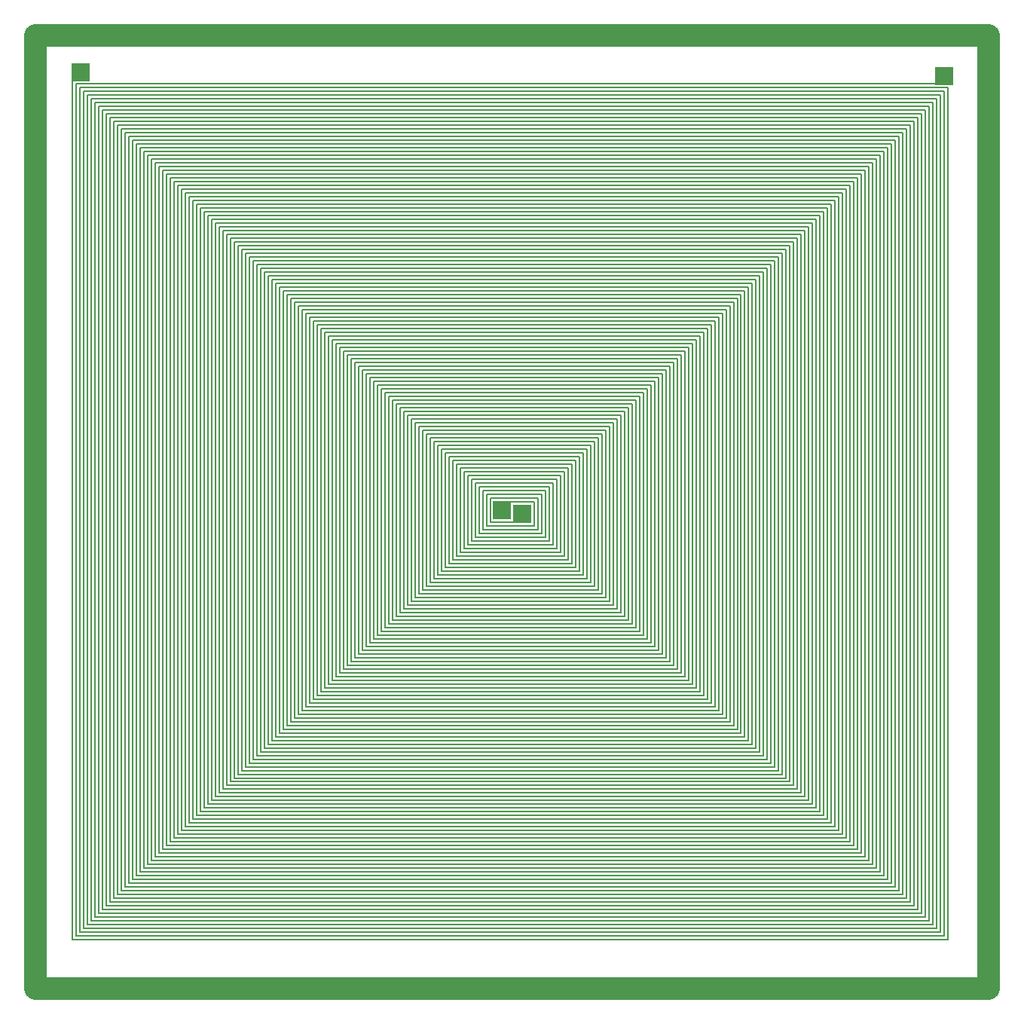
<source format=gbr>
G04 start of page 2 for group 0 idx 0 *
G04 Title: (unknown), component *
G04 Creator: pcb 1.99y *
G04 CreationDate: Mon Mar  9 18:38:32 2009 UTC *
G04 For: dj *
G04 Format: Gerber/RS-274X *
G04 PCB-Dimensions: 431494 431494 *
G04 PCB-Coordinate-Origin: lower left *
%MOIN*%
%FSLAX25Y25*%
%LNFRONT*%
%ADD11C,0.0083*%
%ADD12C,0.1000*%
%ADD13C,0.0200*%
%ADD14C,0.0300*%
G54D11*X202749Y207999D02*X227079D01*
X201083Y206333D02*X228745D01*
X199417Y204667D02*X230411D01*
X227079Y207999D02*Y221830D01*
X228745Y206333D02*Y223496D01*
X230411Y204667D02*Y225162D01*
X232077Y203001D02*Y226828D01*
X233743Y201335D02*Y228494D01*
X235409Y199669D02*Y230160D01*
X197751Y203001D02*X232077D01*
X196085Y201335D02*X233743D01*
X194419Y199669D02*X235409D01*
X192753Y198003D02*X237075D01*
X206081Y211331D02*Y221830D01*
X207747Y220164D02*X225413D01*
X204415Y209665D02*Y223496D01*
X206081Y221830D02*X227079D01*
X206081Y211331D02*X223747D01*
Y218498D01*
X204415Y209665D02*X225413D01*
Y220164D01*
X237075Y198003D02*Y231826D01*
X191087Y196337D02*X238741D01*
Y233492D01*
X189421Y194671D02*X240407D01*
Y235158D01*
X242073Y193005D02*Y236824D01*
X243739Y191339D02*Y238490D01*
X245405Y189673D02*Y240156D01*
X247071Y188007D02*Y241822D01*
X248737Y186341D02*Y243488D01*
X250403Y184675D02*Y245154D01*
X252069Y183009D02*Y246820D01*
X253735Y181343D02*Y248486D01*
X255401Y179677D02*Y250152D01*
X187755Y193005D02*X242073D01*
X186089Y191339D02*X243739D01*
X184423Y189673D02*X245405D01*
X182757Y188007D02*X247071D01*
X181091Y186341D02*X248737D01*
X179425Y184675D02*X250403D01*
X177759Y183009D02*X252069D01*
X176093Y181343D02*X253735D01*
X174427Y179677D02*X255401D01*
X172761Y178011D02*X257067D01*
X171095Y176345D02*X258733D01*
X169429Y174679D02*X260399D01*
X167763Y173013D02*X262065D01*
X166097Y171347D02*X263731D01*
X164431Y169681D02*X265397D01*
X162765Y168015D02*X267063D01*
X161099Y166349D02*X268729D01*
X159433Y164683D02*X270395D01*
X157767Y163017D02*X272061D01*
X156101Y161351D02*X273727D01*
X154435Y159685D02*X275393D01*
X152769Y158019D02*X277059D01*
X151103Y156353D02*X278725D01*
X149437Y154687D02*X280391D01*
X147771Y153021D02*X282057D01*
X146105Y151355D02*X283723D01*
X144439Y149689D02*X285389D01*
X142773Y148023D02*X287055D01*
X141107Y146357D02*X288721D01*
X139441Y144691D02*X290387D01*
X137775Y143025D02*X292053D01*
X136109Y141359D02*X293719D01*
X134443Y139693D02*X295385D01*
X132777Y138027D02*X297051D01*
X131111Y136361D02*X298717D01*
X129445Y134695D02*X300383D01*
X127779Y133029D02*X302049D01*
X126113Y131363D02*X303715D01*
X124447Y129697D02*X305381D01*
X122781Y128031D02*X307047D01*
X121115Y126365D02*X308713D01*
X119449Y124699D02*X310379D01*
X117783Y123033D02*X312045D01*
X116117Y121367D02*X313711D01*
X114451Y119701D02*X315377D01*
X112785Y118035D02*X317043D01*
X111119Y116369D02*X318709D01*
X109453Y114703D02*X320375D01*
X107787Y113037D02*X322041D01*
X257067Y178011D02*Y251818D01*
X258733Y176345D02*Y253484D01*
X260399Y174679D02*Y255150D01*
X262065Y173013D02*Y256816D01*
X263731Y171347D02*Y258482D01*
X265397Y169681D02*Y260148D01*
X267063Y168015D02*Y261814D01*
X268729Y166349D02*Y263480D01*
X270395Y164683D02*Y265146D01*
X272061Y163017D02*Y266812D01*
X273727Y161351D02*Y268478D01*
X275393Y159685D02*Y270144D01*
X277059Y158019D02*Y271810D01*
X278725Y156353D02*Y273476D01*
X280391Y154687D02*Y275142D01*
X282057Y153021D02*Y276808D01*
X283723Y151355D02*Y278474D01*
X285389Y149689D02*Y280140D01*
X287055Y148023D02*Y281806D01*
X288721Y146357D02*Y283472D01*
X290387Y144691D02*Y285138D01*
X292053Y143025D02*Y286804D01*
X293719Y141359D02*Y288470D01*
X295385Y139693D02*Y290136D01*
X297051Y138027D02*Y291802D01*
X298717Y136361D02*Y293468D01*
X300383Y134695D02*Y295134D01*
X302049Y133029D02*Y296800D01*
X303715Y131363D02*Y298466D01*
X305381Y129697D02*Y300132D01*
X307047Y128031D02*Y301798D01*
X308713Y126365D02*Y303464D01*
X310379Y124699D02*Y305130D01*
X312045Y123033D02*Y306796D01*
X313711Y121367D02*Y308462D01*
X315377Y119701D02*Y310128D01*
X317043Y118035D02*Y311794D01*
X318709Y116369D02*Y313460D01*
X320375Y114703D02*Y315126D01*
X194419Y233492D02*X238741D01*
X106121Y111371D02*X323707D01*
X104455Y109705D02*X325373D01*
X102789Y108039D02*X327039D01*
X101123Y106373D02*X328705D01*
X99457Y104707D02*X330371D01*
X97791Y103041D02*X332037D01*
X96125Y101375D02*X333703D01*
X94459Y99709D02*X335369D01*
X92793Y98043D02*X337035D01*
X91127Y96377D02*X338701D01*
X89461Y94711D02*X340367D01*
X87795Y93045D02*X342033D01*
X86129Y91379D02*X343699D01*
X84463Y89713D02*X345365D01*
X82797Y88047D02*X347031D01*
X81131Y86381D02*X348697D01*
X79465Y84715D02*X350363D01*
X77799Y83049D02*X352029D01*
X76133Y81383D02*X353695D01*
X74467Y79717D02*X355361D01*
X72801Y78051D02*X357027D01*
X71135Y76385D02*X358693D01*
X69469Y74719D02*X360359D01*
X67803Y73053D02*X362025D01*
X204415Y223496D02*X228745D01*
X202749Y225162D02*X230411D01*
X201083Y226828D02*X232077D01*
X199417Y228494D02*X233743D01*
X197751Y230160D02*X235409D01*
X196085Y231826D02*X237075D01*
X192753Y235158D02*X240407D01*
X191087Y236824D02*X242073D01*
X189421Y238490D02*X243739D01*
X187755Y240156D02*X245405D01*
X186089Y241822D02*X247071D01*
X184423Y243488D02*X248737D01*
X182757Y245154D02*X250403D01*
X181091Y246820D02*X252069D01*
X179425Y248486D02*X253735D01*
X177759Y250152D02*X255401D01*
X176093Y251818D02*X257067D01*
X174427Y253484D02*X258733D01*
X172761Y255150D02*X260399D01*
X322041Y113037D02*Y316792D01*
X323707Y111371D02*Y318458D01*
X325373Y109705D02*Y320124D01*
X327039Y108039D02*Y321790D01*
X328705Y106373D02*Y323456D01*
X330371Y104707D02*Y325122D01*
X332037Y103041D02*Y326788D01*
X333703Y101375D02*Y328454D01*
X335369Y99709D02*Y330120D01*
X337035Y98043D02*Y331786D01*
X338701Y96377D02*Y333452D01*
X340367Y94711D02*Y335118D01*
X342033Y93045D02*Y336784D01*
X343699Y91379D02*Y338450D01*
X345365Y89713D02*Y340116D01*
X347031Y88047D02*Y341782D01*
X348697Y86381D02*Y343448D01*
X350363Y84715D02*Y345114D01*
X352029Y83049D02*Y346780D01*
X353695Y81383D02*Y348446D01*
X355361Y79717D02*Y350112D01*
X357027Y78051D02*Y351778D01*
X358693Y76385D02*Y353444D01*
X360359Y74719D02*Y355110D01*
X362025Y73053D02*Y356776D01*
X363691Y71387D02*Y358442D01*
X365357Y69721D02*Y360108D01*
X367023Y68055D02*Y361774D01*
X368689Y66389D02*Y363440D01*
X370355Y64723D02*Y365106D01*
X372021Y63057D02*Y366772D01*
X373687Y61391D02*Y368438D01*
X375353Y59725D02*Y370104D01*
X377019Y58059D02*Y371770D01*
X378685Y56393D02*Y373436D01*
X380351Y54727D02*Y375102D01*
X382017Y53061D02*Y376768D01*
X383683Y51395D02*Y378434D01*
X385349Y49729D02*Y380100D01*
X387015Y48063D02*Y381766D01*
X388681Y46397D02*Y383432D01*
X390347Y44731D02*Y385098D01*
X392013Y43065D02*Y386764D01*
X393679Y41399D02*Y388430D01*
X395345Y39733D02*Y390096D01*
X397011Y38067D02*Y391762D01*
X187755Y193005D02*Y240156D01*
X186089Y191339D02*Y241822D01*
X184423Y189673D02*Y243488D01*
X182757Y188007D02*Y245154D01*
X181091Y186341D02*Y246820D01*
X179425Y184675D02*Y248486D01*
X177759Y183009D02*Y250152D01*
X176093Y181343D02*Y251818D01*
X174427Y179677D02*Y253484D01*
X172761Y178011D02*Y255150D01*
X171095Y176345D02*Y256816D01*
X169429Y174679D02*Y258482D01*
X167763Y173013D02*Y260148D01*
X202749Y207999D02*Y225162D01*
X201083Y206333D02*Y226828D01*
X199417Y204667D02*Y228494D01*
X197751Y203001D02*Y230160D01*
X196085Y201335D02*Y231826D01*
X194419Y199669D02*Y233492D01*
X192753Y198003D02*Y235158D01*
X191087Y196337D02*Y236824D01*
X189421Y194671D02*Y238490D01*
X66137Y71387D02*X363691D01*
X64471Y69721D02*X365357D01*
X62805Y68055D02*X367023D01*
X61139Y66389D02*X368689D01*
X59473Y64723D02*X370355D01*
X57807Y63057D02*X372021D01*
X56141Y61391D02*X373687D01*
X54475Y59725D02*X375353D01*
X52809Y58059D02*X377019D01*
X51143Y56393D02*X378685D01*
X49477Y54727D02*X380351D01*
X47811Y53061D02*X382017D01*
X46145Y51395D02*X383683D01*
X44479Y49729D02*X385349D01*
X42813Y48063D02*X387015D01*
X41147Y46397D02*X388681D01*
X39481Y44731D02*X390347D01*
X37815Y43065D02*X392013D01*
X36149Y41399D02*X393679D01*
X34483Y39733D02*X395345D01*
X32817Y38067D02*X397011D01*
X31151Y36401D02*X398677D01*
X171095Y256816D02*X262065D01*
X169429Y258482D02*X263731D01*
X167763Y260148D02*X265397D01*
X166097Y261814D02*X267063D01*
X164431Y263480D02*X268729D01*
X162765Y265146D02*X270395D01*
X161099Y266812D02*X272061D01*
X29485Y34735D02*X400343D01*
X27819Y33069D02*X402009D01*
X26153Y31403D02*X403675D01*
X24487Y29737D02*X405341D01*
X22821Y28071D02*X407007D01*
X21155Y26405D02*X408673D01*
G54D12*X5000Y5000D02*X426494D01*
G54D11*X159433Y268478D02*X273727D01*
X157767Y270144D02*X275393D01*
X156101Y271810D02*X277059D01*
X154435Y273476D02*X278725D01*
X152769Y275142D02*X280391D01*
X151103Y276808D02*X282057D01*
X149437Y278474D02*X283723D01*
X147771Y280140D02*X285389D01*
X146105Y281806D02*X287055D01*
X144439Y283472D02*X288721D01*
X142773Y285138D02*X290387D01*
X141107Y286804D02*X292053D01*
X139441Y288470D02*X293719D01*
X137775Y290136D02*X295385D01*
X136109Y291802D02*X297051D01*
X134443Y293468D02*X298717D01*
G54D12*X5000Y426494D02*X426494D01*
G54D11*X398677Y36401D02*Y393428D01*
X400343Y34735D02*Y395094D01*
X402009Y33069D02*Y396760D01*
X403675Y31403D02*Y398426D01*
X405341Y29737D02*Y400092D01*
X407007Y28071D02*Y401758D01*
X408673Y26405D02*Y403424D01*
G54D12*X426494Y5000D02*Y426494D01*
G54D11*X166097Y171347D02*Y261814D01*
X164431Y169681D02*Y263480D01*
X162765Y168015D02*Y265146D01*
X161099Y166349D02*Y266812D01*
X159433Y164683D02*Y268478D01*
X157767Y163017D02*Y270144D01*
X156101Y161351D02*Y271810D01*
X154435Y159685D02*Y273476D01*
X152769Y158019D02*Y275142D01*
X151103Y156353D02*Y276808D01*
X149437Y154687D02*Y278474D01*
X147771Y153021D02*Y280140D01*
X146105Y151355D02*Y281806D01*
X144439Y149689D02*Y283472D01*
X142773Y148023D02*Y285138D01*
X141107Y146357D02*Y286804D01*
X139441Y144691D02*Y288470D01*
X137775Y143025D02*Y290136D01*
X136109Y141359D02*Y291802D01*
X134443Y139693D02*Y293468D01*
X132777Y138027D02*Y295134D01*
X131111Y136361D02*Y296800D01*
X129445Y134695D02*Y298466D01*
X127779Y133029D02*Y300132D01*
X132777Y295134D02*X300383D01*
X131111Y296800D02*X302049D01*
X129445Y298466D02*X303715D01*
X127779Y300132D02*X305381D01*
X126113Y301798D02*X307047D01*
X124447Y303464D02*X308713D01*
X122781Y305130D02*X310379D01*
X121115Y306796D02*X312045D01*
X119449Y308462D02*X313711D01*
X117783Y310128D02*X315377D01*
X116117Y311794D02*X317043D01*
X114451Y313460D02*X318709D01*
X112785Y315126D02*X320375D01*
X111119Y316792D02*X322041D01*
X109453Y318458D02*X323707D01*
X107787Y320124D02*X325373D01*
X106121Y321790D02*X327039D01*
X104455Y323456D02*X328705D01*
X102789Y325122D02*X330371D01*
X101123Y326788D02*X332037D01*
X99457Y328454D02*X333703D01*
X97791Y330120D02*X335369D01*
X96125Y331786D02*X337035D01*
X94459Y333452D02*X338701D01*
X92793Y335118D02*X340367D01*
X126113Y131363D02*Y301798D01*
X124447Y129697D02*Y303464D01*
X122781Y128031D02*Y305130D01*
X121115Y126365D02*Y306796D01*
X119449Y124699D02*Y308462D01*
X117783Y123033D02*Y310128D01*
X116117Y121367D02*Y311794D01*
X114451Y119701D02*Y313460D01*
X112785Y118035D02*Y315126D01*
X111119Y116369D02*Y316792D01*
X109453Y114703D02*Y318458D01*
X107787Y113037D02*Y320124D01*
X106121Y111371D02*Y321790D01*
X104455Y109705D02*Y323456D01*
X102789Y108039D02*Y325122D01*
X101123Y106373D02*Y326788D01*
X99457Y104707D02*Y328454D01*
X97791Y103041D02*Y330120D01*
X96125Y101375D02*Y331786D01*
X94459Y99709D02*Y333452D01*
X92793Y98043D02*Y335118D01*
X91127Y96377D02*Y336784D01*
X89461Y94711D02*Y338450D01*
X87795Y93045D02*Y340116D01*
X91127Y336784D02*X342033D01*
X89461Y338450D02*X343699D01*
X87795Y340116D02*X345365D01*
X86129Y341782D02*X347031D01*
X84463Y343448D02*X348697D01*
X82797Y345114D02*X350363D01*
X81131Y346780D02*X352029D01*
X79465Y348446D02*X353695D01*
X77799Y350112D02*X355361D01*
X76133Y351778D02*X357027D01*
X74467Y353444D02*X358693D01*
X72801Y355110D02*X360359D01*
X71135Y356776D02*X362025D01*
X69469Y358442D02*X363691D01*
X67803Y360108D02*X365357D01*
X66137Y361774D02*X367023D01*
X64471Y363440D02*X368689D01*
X62805Y365106D02*X370355D01*
X61139Y366772D02*X372021D01*
X59473Y368438D02*X373687D01*
X57807Y370104D02*X375353D01*
X56141Y371770D02*X377019D01*
X54475Y373436D02*X378685D01*
X52809Y375102D02*X380351D01*
X51143Y376768D02*X382017D01*
X49477Y378434D02*X383683D01*
X47811Y380100D02*X385349D01*
X46145Y381766D02*X387015D01*
X44479Y383432D02*X388681D01*
X42813Y385098D02*X390347D01*
X41147Y386764D02*X392013D01*
X39481Y388430D02*X393679D01*
X37815Y390096D02*X395345D01*
X36149Y391762D02*X397011D01*
X34483Y393428D02*X398677D01*
X32817Y395094D02*X400343D01*
X31151Y396760D02*X402009D01*
X29485Y398426D02*X403675D01*
X27819Y400092D02*X405341D01*
X26153Y401758D02*X407007D01*
X24487Y403424D02*X408673D01*
X22821Y405090D02*X410339D01*
X86129Y91379D02*Y341782D01*
X84463Y89713D02*Y343448D01*
X82797Y88047D02*Y345114D01*
X81131Y86381D02*Y346780D01*
X79465Y84715D02*Y348446D01*
X77799Y83049D02*Y350112D01*
X76133Y81383D02*Y351778D01*
X74467Y79717D02*Y353444D01*
X72801Y78051D02*Y355110D01*
X71135Y76385D02*Y356776D01*
X69469Y74719D02*Y358442D01*
X67803Y73053D02*Y360108D01*
X66137Y71387D02*Y361774D01*
X64471Y69721D02*Y363440D01*
X62805Y68055D02*Y365106D01*
X61139Y66389D02*Y366772D01*
X59473Y64723D02*Y368438D01*
X57807Y63057D02*Y370104D01*
X56141Y61391D02*Y371770D01*
X54475Y59725D02*Y373436D01*
X52809Y58059D02*Y375102D01*
X51143Y56393D02*Y376768D01*
X49477Y54727D02*Y378434D01*
X47811Y53061D02*Y380100D01*
X46145Y51395D02*Y381766D01*
X44479Y49729D02*Y383432D01*
X42813Y48063D02*Y385098D01*
X41147Y46397D02*Y386764D01*
X39481Y44731D02*Y388430D01*
X37815Y43065D02*Y390096D01*
X36149Y41399D02*Y391762D01*
X34483Y39733D02*Y393428D01*
X32817Y38067D02*Y395094D01*
X31151Y36401D02*Y396760D01*
X29485Y34735D02*Y398426D01*
X27819Y33069D02*Y400092D01*
X26153Y31403D02*Y401758D01*
X24487Y29737D02*Y403424D01*
X22821Y28071D02*Y405090D01*
X21155Y26405D02*Y406756D01*
G54D12*X5000Y5000D02*Y426494D01*
G54D13*G36*
X207330Y220580D02*Y212580D01*
X215330D01*
Y220580D01*
X207330D01*
G37*
G36*
X216163Y218914D02*Y210914D01*
X224163D01*
Y218914D01*
X216163D01*
G37*
G36*
X20738Y414339D02*Y406339D01*
X28738D01*
Y414339D01*
X20738D01*
G37*
G36*
X402755Y412673D02*Y404673D01*
X410755D01*
Y412673D01*
X402755D01*
G37*
G54D14*M02*

</source>
